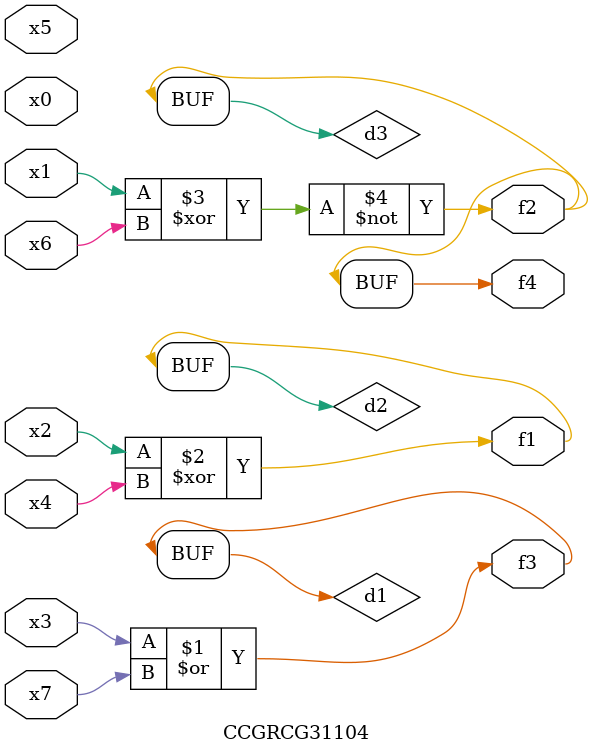
<source format=v>
module CCGRCG31104(
	input x0, x1, x2, x3, x4, x5, x6, x7,
	output f1, f2, f3, f4
);

	wire d1, d2, d3;

	or (d1, x3, x7);
	xor (d2, x2, x4);
	xnor (d3, x1, x6);
	assign f1 = d2;
	assign f2 = d3;
	assign f3 = d1;
	assign f4 = d3;
endmodule

</source>
